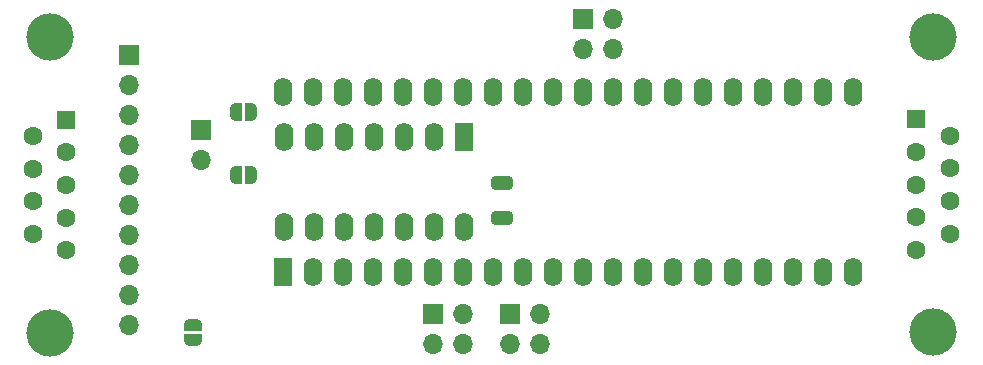
<source format=gbr>
%TF.GenerationSoftware,KiCad,Pcbnew,8.0.5-8.0.5-0~ubuntu22.04.1*%
%TF.CreationDate,2024-10-17T08:41:24+02:00*%
%TF.ProjectId,SerialSniffer_kicad,53657269-616c-4536-9e69-666665725f6b,rev?*%
%TF.SameCoordinates,Original*%
%TF.FileFunction,Soldermask,Bot*%
%TF.FilePolarity,Negative*%
%FSLAX46Y46*%
G04 Gerber Fmt 4.6, Leading zero omitted, Abs format (unit mm)*
G04 Created by KiCad (PCBNEW 8.0.5-8.0.5-0~ubuntu22.04.1) date 2024-10-17 08:41:24*
%MOMM*%
%LPD*%
G01*
G04 APERTURE LIST*
G04 Aperture macros list*
%AMRoundRect*
0 Rectangle with rounded corners*
0 $1 Rounding radius*
0 $2 $3 $4 $5 $6 $7 $8 $9 X,Y pos of 4 corners*
0 Add a 4 corners polygon primitive as box body*
4,1,4,$2,$3,$4,$5,$6,$7,$8,$9,$2,$3,0*
0 Add four circle primitives for the rounded corners*
1,1,$1+$1,$2,$3*
1,1,$1+$1,$4,$5*
1,1,$1+$1,$6,$7*
1,1,$1+$1,$8,$9*
0 Add four rect primitives between the rounded corners*
20,1,$1+$1,$2,$3,$4,$5,0*
20,1,$1+$1,$4,$5,$6,$7,0*
20,1,$1+$1,$6,$7,$8,$9,0*
20,1,$1+$1,$8,$9,$2,$3,0*%
%AMFreePoly0*
4,1,19,0.500000,-0.750000,0.000000,-0.750000,0.000000,-0.744911,-0.071157,-0.744911,-0.207708,-0.704816,-0.327430,-0.627875,-0.420627,-0.520320,-0.479746,-0.390866,-0.500000,-0.250000,-0.500000,0.250000,-0.479746,0.390866,-0.420627,0.520320,-0.327430,0.627875,-0.207708,0.704816,-0.071157,0.744911,0.000000,0.744911,0.000000,0.750000,0.500000,0.750000,0.500000,-0.750000,0.500000,-0.750000,
$1*%
%AMFreePoly1*
4,1,19,0.000000,0.744911,0.071157,0.744911,0.207708,0.704816,0.327430,0.627875,0.420627,0.520320,0.479746,0.390866,0.500000,0.250000,0.500000,-0.250000,0.479746,-0.390866,0.420627,-0.520320,0.327430,-0.627875,0.207708,-0.704816,0.071157,-0.744911,0.000000,-0.744911,0.000000,-0.750000,-0.500000,-0.750000,-0.500000,0.750000,0.000000,0.750000,0.000000,0.744911,0.000000,0.744911,
$1*%
G04 Aperture macros list end*
%ADD10R,1.600000X2.400000*%
%ADD11O,1.600000X2.400000*%
%ADD12C,4.000000*%
%ADD13R,1.600000X1.600000*%
%ADD14C,1.600000*%
%ADD15R,1.700000X1.700000*%
%ADD16O,1.700000X1.700000*%
%ADD17FreePoly0,270.000000*%
%ADD18FreePoly1,270.000000*%
%ADD19FreePoly0,180.000000*%
%ADD20FreePoly1,180.000000*%
%ADD21RoundRect,0.250000X0.650000X-0.325000X0.650000X0.325000X-0.650000X0.325000X-0.650000X-0.325000X0*%
G04 APERTURE END LIST*
D10*
%TO.C,J7*%
X93980000Y-93345000D03*
D11*
X96520000Y-93345000D03*
X99060000Y-93345000D03*
X101600000Y-93345000D03*
X104140000Y-93345000D03*
X106680000Y-93345000D03*
X109220000Y-93345000D03*
X111760000Y-93345000D03*
X114300000Y-93345000D03*
X116840000Y-93345000D03*
X119380000Y-93345000D03*
X121920000Y-93345000D03*
X124460000Y-93345000D03*
X127000000Y-93345000D03*
X129540000Y-93345000D03*
X132080000Y-93345000D03*
X134620000Y-93345000D03*
X137160000Y-93345000D03*
X139700000Y-93345000D03*
X142240000Y-93345000D03*
X142240000Y-78105000D03*
X139700000Y-78105000D03*
X137160000Y-78105000D03*
X134620000Y-78105000D03*
X132080000Y-78105000D03*
X129540000Y-78105000D03*
X127000000Y-78105000D03*
X124460000Y-78105000D03*
X121920000Y-78105000D03*
X119380000Y-78105000D03*
X116840000Y-78105000D03*
X114300000Y-78105000D03*
X111760000Y-78105000D03*
X109220000Y-78105000D03*
X106680000Y-78105000D03*
X104140000Y-78105000D03*
X101600000Y-78105000D03*
X99060000Y-78105000D03*
X96520000Y-78105000D03*
X93980000Y-78105000D03*
%TD*%
D12*
%TO.C,J1*%
X148994000Y-98431000D03*
X148994000Y-73431000D03*
D13*
X147574000Y-80391000D03*
D14*
X147574000Y-83161000D03*
X147574000Y-85931000D03*
X147574000Y-88701000D03*
X147574000Y-91471000D03*
X150414000Y-81776000D03*
X150414000Y-84546000D03*
X150414000Y-87316000D03*
X150414000Y-90086000D03*
%TD*%
D15*
%TO.C,J5*%
X106680000Y-96901000D03*
D16*
X109220000Y-96901000D03*
X106680000Y-99441000D03*
X109220000Y-99441000D03*
%TD*%
D15*
%TO.C,J3*%
X80934000Y-74965000D03*
D16*
X80934000Y-77505000D03*
X80934000Y-80045000D03*
X80934000Y-82585000D03*
X80934000Y-85125000D03*
X80934000Y-87665000D03*
X80934000Y-90205000D03*
X80934000Y-92745000D03*
X80934000Y-95285000D03*
X80934000Y-97825000D03*
%TD*%
D12*
%TO.C,J2*%
X74180000Y-73466000D03*
X74180000Y-98466000D03*
D13*
X75600000Y-80426000D03*
D14*
X75600000Y-83196000D03*
X75600000Y-85966000D03*
X75600000Y-88736000D03*
X75600000Y-91506000D03*
X72760000Y-81811000D03*
X72760000Y-84581000D03*
X72760000Y-87351000D03*
X72760000Y-90121000D03*
%TD*%
D15*
%TO.C,J6*%
X119380000Y-71882000D03*
D16*
X121920000Y-71882000D03*
X119380000Y-74422000D03*
X121920000Y-74422000D03*
%TD*%
D15*
%TO.C,J8*%
X113157000Y-96901000D03*
D16*
X115697000Y-96901000D03*
X113157000Y-99441000D03*
X115697000Y-99441000D03*
%TD*%
D10*
%TO.C,U1*%
X109251000Y-81900000D03*
D11*
X106711000Y-81900000D03*
X104171000Y-81900000D03*
X101631000Y-81900000D03*
X99091000Y-81900000D03*
X96551000Y-81900000D03*
X94011000Y-81900000D03*
X94011000Y-89520000D03*
X96551000Y-89520000D03*
X99091000Y-89520000D03*
X101631000Y-89520000D03*
X104171000Y-89520000D03*
X106711000Y-89520000D03*
X109251000Y-89520000D03*
%TD*%
D15*
%TO.C,J4*%
X86995000Y-81280000D03*
D16*
X86995000Y-83820000D03*
%TD*%
D17*
%TO.C,JP1*%
X86360000Y-97790000D03*
D18*
X86360000Y-99090000D03*
%TD*%
D19*
%TO.C,JP2*%
X91251000Y-79791000D03*
D20*
X89951000Y-79791000D03*
%TD*%
D19*
%TO.C,JP3*%
X91236000Y-85125000D03*
D20*
X89936000Y-85125000D03*
%TD*%
D21*
%TO.C,C1*%
X112522000Y-88773000D03*
X112522000Y-85823000D03*
%TD*%
M02*

</source>
